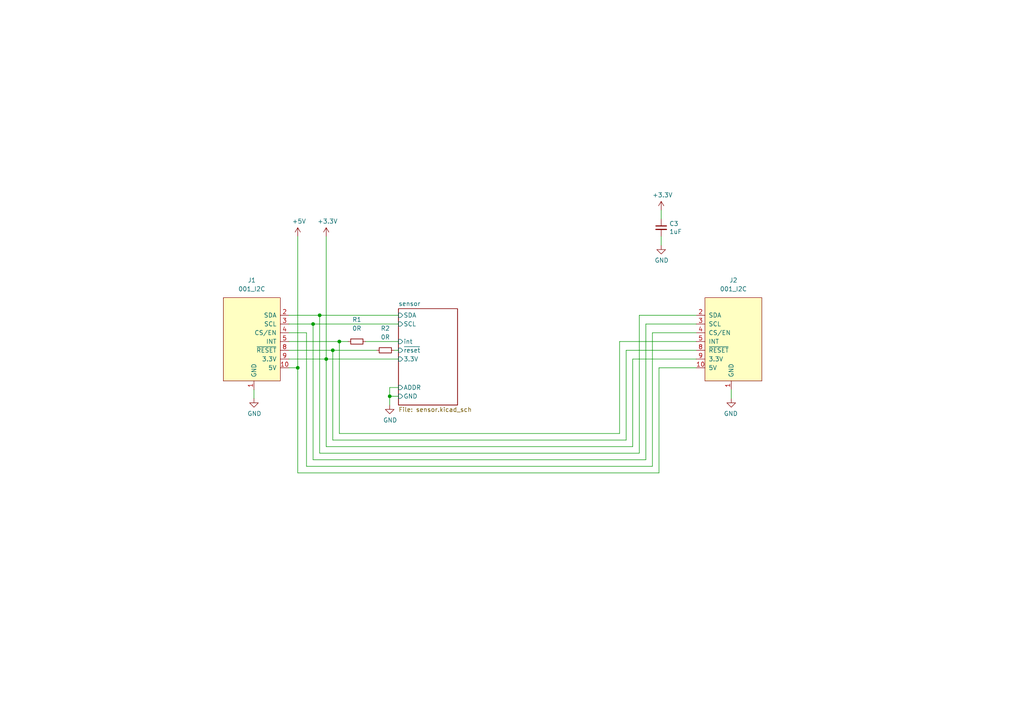
<source format=kicad_sch>
(kicad_sch
	(version 20231120)
	(generator "eeschema")
	(generator_version "8.0")
	(uuid "712d6a7d-2b62-464f-b745-fd2a6b0187f6")
	(paper "A4")
	(lib_symbols
		(symbol "+3.3V_1"
			(power)
			(pin_names
				(offset 0)
			)
			(exclude_from_sim no)
			(in_bom yes)
			(on_board yes)
			(property "Reference" "#PWR"
				(at 0 -3.81 0)
				(effects
					(font
						(size 1.27 1.27)
					)
					(hide yes)
				)
			)
			(property "Value" "+3.3V_1"
				(at 0 3.556 0)
				(effects
					(font
						(size 1.27 1.27)
					)
				)
			)
			(property "Footprint" ""
				(at 0 0 0)
				(effects
					(font
						(size 1.27 1.27)
					)
					(hide yes)
				)
			)
			(property "Datasheet" ""
				(at 0 0 0)
				(effects
					(font
						(size 1.27 1.27)
					)
					(hide yes)
				)
			)
			(property "Description" "Power symbol creates a global label with name \"+3.3V\""
				(at 0 0 0)
				(effects
					(font
						(size 1.27 1.27)
					)
					(hide yes)
				)
			)
			(property "ki_keywords" "power-flag"
				(at 0 0 0)
				(effects
					(font
						(size 1.27 1.27)
					)
					(hide yes)
				)
			)
			(symbol "+3.3V_1_0_1"
				(polyline
					(pts
						(xy -0.762 1.27) (xy 0 2.54)
					)
					(stroke
						(width 0)
						(type default)
					)
					(fill
						(type none)
					)
				)
				(polyline
					(pts
						(xy 0 0) (xy 0 2.54)
					)
					(stroke
						(width 0)
						(type default)
					)
					(fill
						(type none)
					)
				)
				(polyline
					(pts
						(xy 0 2.54) (xy 0.762 1.27)
					)
					(stroke
						(width 0)
						(type default)
					)
					(fill
						(type none)
					)
				)
			)
			(symbol "+3.3V_1_1_1"
				(pin power_in line
					(at 0 0 90)
					(length 0) hide
					(name "+3.3V"
						(effects
							(font
								(size 1.27 1.27)
							)
						)
					)
					(number "1"
						(effects
							(font
								(size 1.27 1.27)
							)
						)
					)
				)
			)
		)
		(symbol "+3.3V_2"
			(power)
			(pin_names
				(offset 0)
			)
			(exclude_from_sim no)
			(in_bom yes)
			(on_board yes)
			(property "Reference" "#PWR"
				(at 0 -3.81 0)
				(effects
					(font
						(size 1.27 1.27)
					)
					(hide yes)
				)
			)
			(property "Value" "+3.3V_2"
				(at 0 3.556 0)
				(effects
					(font
						(size 1.27 1.27)
					)
				)
			)
			(property "Footprint" ""
				(at 0 0 0)
				(effects
					(font
						(size 1.27 1.27)
					)
					(hide yes)
				)
			)
			(property "Datasheet" ""
				(at 0 0 0)
				(effects
					(font
						(size 1.27 1.27)
					)
					(hide yes)
				)
			)
			(property "Description" "Power symbol creates a global label with name \"+3.3V\""
				(at 0 0 0)
				(effects
					(font
						(size 1.27 1.27)
					)
					(hide yes)
				)
			)
			(property "ki_keywords" "power-flag"
				(at 0 0 0)
				(effects
					(font
						(size 1.27 1.27)
					)
					(hide yes)
				)
			)
			(symbol "+3.3V_2_0_1"
				(polyline
					(pts
						(xy -0.762 1.27) (xy 0 2.54)
					)
					(stroke
						(width 0)
						(type default)
					)
					(fill
						(type none)
					)
				)
				(polyline
					(pts
						(xy 0 0) (xy 0 2.54)
					)
					(stroke
						(width 0)
						(type default)
					)
					(fill
						(type none)
					)
				)
				(polyline
					(pts
						(xy 0 2.54) (xy 0.762 1.27)
					)
					(stroke
						(width 0)
						(type default)
					)
					(fill
						(type none)
					)
				)
			)
			(symbol "+3.3V_2_1_1"
				(pin power_in line
					(at 0 0 90)
					(length 0) hide
					(name "+3.3V"
						(effects
							(font
								(size 1.27 1.27)
							)
						)
					)
					(number "1"
						(effects
							(font
								(size 1.27 1.27)
							)
						)
					)
				)
			)
		)
		(symbol "Device:C_Small"
			(pin_numbers hide)
			(pin_names
				(offset 0.254) hide)
			(exclude_from_sim no)
			(in_bom yes)
			(on_board yes)
			(property "Reference" "C"
				(at 0.254 1.778 0)
				(effects
					(font
						(size 1.27 1.27)
					)
					(justify left)
				)
			)
			(property "Value" "C_Small"
				(at 0.254 -2.032 0)
				(effects
					(font
						(size 1.27 1.27)
					)
					(justify left)
				)
			)
			(property "Footprint" ""
				(at 0 0 0)
				(effects
					(font
						(size 1.27 1.27)
					)
					(hide yes)
				)
			)
			(property "Datasheet" "~"
				(at 0 0 0)
				(effects
					(font
						(size 1.27 1.27)
					)
					(hide yes)
				)
			)
			(property "Description" "Unpolarized capacitor, small symbol"
				(at 0 0 0)
				(effects
					(font
						(size 1.27 1.27)
					)
					(hide yes)
				)
			)
			(property "ki_keywords" "capacitor cap"
				(at 0 0 0)
				(effects
					(font
						(size 1.27 1.27)
					)
					(hide yes)
				)
			)
			(property "ki_fp_filters" "C_*"
				(at 0 0 0)
				(effects
					(font
						(size 1.27 1.27)
					)
					(hide yes)
				)
			)
			(symbol "C_Small_0_1"
				(polyline
					(pts
						(xy -1.524 -0.508) (xy 1.524 -0.508)
					)
					(stroke
						(width 0.3302)
						(type default)
					)
					(fill
						(type none)
					)
				)
				(polyline
					(pts
						(xy -1.524 0.508) (xy 1.524 0.508)
					)
					(stroke
						(width 0.3048)
						(type default)
					)
					(fill
						(type none)
					)
				)
			)
			(symbol "C_Small_1_1"
				(pin passive line
					(at 0 2.54 270)
					(length 2.032)
					(name "~"
						(effects
							(font
								(size 1.27 1.27)
							)
						)
					)
					(number "1"
						(effects
							(font
								(size 1.27 1.27)
							)
						)
					)
				)
				(pin passive line
					(at 0 -2.54 90)
					(length 2.032)
					(name "~"
						(effects
							(font
								(size 1.27 1.27)
							)
						)
					)
					(number "2"
						(effects
							(font
								(size 1.27 1.27)
							)
						)
					)
				)
			)
		)
		(symbol "Device:R_Small"
			(pin_numbers hide)
			(pin_names
				(offset 0.254) hide)
			(exclude_from_sim no)
			(in_bom yes)
			(on_board yes)
			(property "Reference" "R"
				(at 0.762 0.508 0)
				(effects
					(font
						(size 1.27 1.27)
					)
					(justify left)
				)
			)
			(property "Value" "R_Small"
				(at 0.762 -1.016 0)
				(effects
					(font
						(size 1.27 1.27)
					)
					(justify left)
				)
			)
			(property "Footprint" ""
				(at 0 0 0)
				(effects
					(font
						(size 1.27 1.27)
					)
					(hide yes)
				)
			)
			(property "Datasheet" "~"
				(at 0 0 0)
				(effects
					(font
						(size 1.27 1.27)
					)
					(hide yes)
				)
			)
			(property "Description" "Resistor, small symbol"
				(at 0 0 0)
				(effects
					(font
						(size 1.27 1.27)
					)
					(hide yes)
				)
			)
			(property "ki_keywords" "R resistor"
				(at 0 0 0)
				(effects
					(font
						(size 1.27 1.27)
					)
					(hide yes)
				)
			)
			(property "ki_fp_filters" "R_*"
				(at 0 0 0)
				(effects
					(font
						(size 1.27 1.27)
					)
					(hide yes)
				)
			)
			(symbol "R_Small_0_1"
				(rectangle
					(start -0.762 1.778)
					(end 0.762 -1.778)
					(stroke
						(width 0.2032)
						(type default)
					)
					(fill
						(type none)
					)
				)
			)
			(symbol "R_Small_1_1"
				(pin passive line
					(at 0 2.54 270)
					(length 0.762)
					(name "~"
						(effects
							(font
								(size 1.27 1.27)
							)
						)
					)
					(number "1"
						(effects
							(font
								(size 1.27 1.27)
							)
						)
					)
				)
				(pin passive line
					(at 0 -2.54 90)
					(length 0.762)
					(name "~"
						(effects
							(font
								(size 1.27 1.27)
							)
						)
					)
					(number "2"
						(effects
							(font
								(size 1.27 1.27)
							)
						)
					)
				)
			)
		)
		(symbol "power:+5V"
			(power)
			(pin_names
				(offset 0)
			)
			(exclude_from_sim no)
			(in_bom yes)
			(on_board yes)
			(property "Reference" "#PWR"
				(at 0 -3.81 0)
				(effects
					(font
						(size 1.27 1.27)
					)
					(hide yes)
				)
			)
			(property "Value" "+5V"
				(at 0 3.556 0)
				(effects
					(font
						(size 1.27 1.27)
					)
				)
			)
			(property "Footprint" ""
				(at 0 0 0)
				(effects
					(font
						(size 1.27 1.27)
					)
					(hide yes)
				)
			)
			(property "Datasheet" ""
				(at 0 0 0)
				(effects
					(font
						(size 1.27 1.27)
					)
					(hide yes)
				)
			)
			(property "Description" "Power symbol creates a global label with name \"+5V\""
				(at 0 0 0)
				(effects
					(font
						(size 1.27 1.27)
					)
					(hide yes)
				)
			)
			(property "ki_keywords" "power-flag"
				(at 0 0 0)
				(effects
					(font
						(size 1.27 1.27)
					)
					(hide yes)
				)
			)
			(symbol "+5V_0_1"
				(polyline
					(pts
						(xy -0.762 1.27) (xy 0 2.54)
					)
					(stroke
						(width 0)
						(type default)
					)
					(fill
						(type none)
					)
				)
				(polyline
					(pts
						(xy 0 0) (xy 0 2.54)
					)
					(stroke
						(width 0)
						(type default)
					)
					(fill
						(type none)
					)
				)
				(polyline
					(pts
						(xy 0 2.54) (xy 0.762 1.27)
					)
					(stroke
						(width 0)
						(type default)
					)
					(fill
						(type none)
					)
				)
			)
			(symbol "+5V_1_1"
				(pin power_in line
					(at 0 0 90)
					(length 0) hide
					(name "+5V"
						(effects
							(font
								(size 1.27 1.27)
							)
						)
					)
					(number "1"
						(effects
							(font
								(size 1.27 1.27)
							)
						)
					)
				)
			)
		)
		(symbol "power:GND"
			(power)
			(pin_names
				(offset 0)
			)
			(exclude_from_sim no)
			(in_bom yes)
			(on_board yes)
			(property "Reference" "#PWR"
				(at 0 -6.35 0)
				(effects
					(font
						(size 1.27 1.27)
					)
					(hide yes)
				)
			)
			(property "Value" "GND"
				(at 0 -3.81 0)
				(effects
					(font
						(size 1.27 1.27)
					)
				)
			)
			(property "Footprint" ""
				(at 0 0 0)
				(effects
					(font
						(size 1.27 1.27)
					)
					(hide yes)
				)
			)
			(property "Datasheet" ""
				(at 0 0 0)
				(effects
					(font
						(size 1.27 1.27)
					)
					(hide yes)
				)
			)
			(property "Description" "Power symbol creates a global label with name \"GND\" , ground"
				(at 0 0 0)
				(effects
					(font
						(size 1.27 1.27)
					)
					(hide yes)
				)
			)
			(property "ki_keywords" "power-flag"
				(at 0 0 0)
				(effects
					(font
						(size 1.27 1.27)
					)
					(hide yes)
				)
			)
			(symbol "GND_0_1"
				(polyline
					(pts
						(xy 0 0) (xy 0 -1.27) (xy 1.27 -1.27) (xy 0 -2.54) (xy -1.27 -1.27) (xy 0 -1.27)
					)
					(stroke
						(width 0)
						(type default)
					)
					(fill
						(type none)
					)
				)
			)
			(symbol "GND_1_1"
				(pin power_in line
					(at 0 0 270)
					(length 0) hide
					(name "GND"
						(effects
							(font
								(size 1.27 1.27)
							)
						)
					)
					(number "1"
						(effects
							(font
								(size 1.27 1.27)
							)
						)
					)
				)
			)
		)
		(symbol "put_on_edge:001_I2C"
			(pin_names
				(offset 1.016)
			)
			(exclude_from_sim no)
			(in_bom yes)
			(on_board yes)
			(property "Reference" "J"
				(at -2.54 13.97 0)
				(effects
					(font
						(size 1.27 1.27)
					)
				)
			)
			(property "Value" "001_I2C"
				(at 8.89 13.97 0)
				(effects
					(font
						(size 1.27 1.27)
					)
				)
			)
			(property "Footprint" ""
				(at 7.62 16.51 0)
				(effects
					(font
						(size 1.27 1.27)
					)
					(hide yes)
				)
			)
			(property "Datasheet" ""
				(at 7.62 16.51 0)
				(effects
					(font
						(size 1.27 1.27)
					)
					(hide yes)
				)
			)
			(property "Description" ""
				(at 0 0 0)
				(effects
					(font
						(size 1.27 1.27)
					)
					(hide yes)
				)
			)
			(symbol "001_I2C_0_1"
				(rectangle
					(start -8.89 12.7)
					(end 7.62 -11.43)
					(stroke
						(width 0)
						(type default)
					)
					(fill
						(type background)
					)
				)
			)
			(symbol "001_I2C_1_1"
				(pin power_in line
					(at -1.27 -13.97 90)
					(length 2.54)
					(name "GND"
						(effects
							(font
								(size 1.27 1.27)
							)
						)
					)
					(number "1"
						(effects
							(font
								(size 1.27 1.27)
							)
						)
					)
				)
				(pin power_in line
					(at -11.43 -7.62 0)
					(length 2.54)
					(name "5V"
						(effects
							(font
								(size 1.27 1.27)
							)
						)
					)
					(number "10"
						(effects
							(font
								(size 1.27 1.27)
							)
						)
					)
				)
				(pin bidirectional line
					(at -11.43 7.62 0)
					(length 2.54)
					(name "SDA"
						(effects
							(font
								(size 1.27 1.27)
							)
						)
					)
					(number "2"
						(effects
							(font
								(size 1.27 1.27)
							)
						)
					)
				)
				(pin bidirectional line
					(at -11.43 5.08 0)
					(length 2.54)
					(name "SCL"
						(effects
							(font
								(size 1.27 1.27)
							)
						)
					)
					(number "3"
						(effects
							(font
								(size 1.27 1.27)
							)
						)
					)
				)
				(pin bidirectional line
					(at -11.43 2.54 0)
					(length 2.54)
					(name "CS/EN"
						(effects
							(font
								(size 1.27 1.27)
							)
						)
					)
					(number "4"
						(effects
							(font
								(size 1.27 1.27)
							)
						)
					)
				)
				(pin bidirectional line
					(at -11.43 0 0)
					(length 2.54)
					(name "INT"
						(effects
							(font
								(size 1.27 1.27)
							)
						)
					)
					(number "5"
						(effects
							(font
								(size 1.27 1.27)
							)
						)
					)
				)
				(pin bidirectional line
					(at -11.43 -2.54 0)
					(length 2.54)
					(name "~{RESET}"
						(effects
							(font
								(size 1.27 1.27)
							)
						)
					)
					(number "8"
						(effects
							(font
								(size 1.27 1.27)
							)
						)
					)
				)
				(pin power_in line
					(at -11.43 -5.08 0)
					(length 2.54)
					(name "3.3V"
						(effects
							(font
								(size 1.27 1.27)
							)
						)
					)
					(number "9"
						(effects
							(font
								(size 1.27 1.27)
							)
						)
					)
				)
			)
		)
	)
	(junction
		(at 90.805 93.98)
		(diameter 0)
		(color 0 0 0 0)
		(uuid "0dd47a27-18fc-43c6-8022-827183a79f10")
	)
	(junction
		(at 86.36 106.68)
		(diameter 0)
		(color 0 0 0 0)
		(uuid "5d49dd0c-b511-4aac-9e4b-cd5891a7e8fd")
	)
	(junction
		(at 113.03 114.935)
		(diameter 0)
		(color 0 0 0 0)
		(uuid "69f7dbdd-1d9f-45ba-9fd0-04ac61dd3a67")
	)
	(junction
		(at 94.615 104.14)
		(diameter 0)
		(color 0 0 0 0)
		(uuid "cc214454-bd2d-450c-8e40-cf4aa1c71e37")
	)
	(junction
		(at 92.71 91.44)
		(diameter 0)
		(color 0 0 0 0)
		(uuid "cfdeb5ff-454f-4ac5-a045-087588d2cad5")
	)
	(junction
		(at 98.425 99.06)
		(diameter 0)
		(color 0 0 0 0)
		(uuid "ed8c6736-c951-43bb-aa11-aae232904eba")
	)
	(junction
		(at 96.52 101.6)
		(diameter 0)
		(color 0 0 0 0)
		(uuid "fef3bf47-b218-426c-ac25-7643ac159da4")
	)
	(wire
		(pts
			(xy 83.82 91.44) (xy 92.71 91.44)
		)
		(stroke
			(width 0)
			(type default)
		)
		(uuid "012f51a9-60d7-4d64-8672-9b730dbfc947")
	)
	(wire
		(pts
			(xy 189.23 135.255) (xy 189.23 96.52)
		)
		(stroke
			(width 0)
			(type default)
		)
		(uuid "02326d95-fc30-4da9-9f7c-b709794eee1e")
	)
	(wire
		(pts
			(xy 113.03 117.475) (xy 113.03 114.935)
		)
		(stroke
			(width 0)
			(type default)
		)
		(uuid "02b727dd-fba8-4914-a6f8-17189536279f")
	)
	(wire
		(pts
			(xy 187.325 133.35) (xy 187.325 93.98)
		)
		(stroke
			(width 0)
			(type default)
		)
		(uuid "11348aff-9f37-4dd1-9e05-e7ce12f411aa")
	)
	(wire
		(pts
			(xy 92.71 131.445) (xy 92.71 91.44)
		)
		(stroke
			(width 0)
			(type default)
		)
		(uuid "17e67826-d5ea-4647-826c-2371fe693b14")
	)
	(wire
		(pts
			(xy 83.82 99.06) (xy 98.425 99.06)
		)
		(stroke
			(width 0)
			(type default)
		)
		(uuid "1b99f6fe-df1e-4bf2-b127-eafab1c82fb2")
	)
	(wire
		(pts
			(xy 191.77 60.96) (xy 191.77 63.5)
		)
		(stroke
			(width 0)
			(type default)
		)
		(uuid "1bf544e3-5940-4576-9291-2464e95c0ee2")
	)
	(wire
		(pts
			(xy 94.615 104.14) (xy 115.57 104.14)
		)
		(stroke
			(width 0)
			(type default)
		)
		(uuid "1c293a13-0142-4ebd-b2c3-3f745740ccf0")
	)
	(wire
		(pts
			(xy 86.36 68.58) (xy 86.36 106.68)
		)
		(stroke
			(width 0)
			(type default)
		)
		(uuid "1e1b062d-fad0-427c-a622-c5b8a80b5268")
	)
	(wire
		(pts
			(xy 185.42 91.44) (xy 185.42 131.445)
		)
		(stroke
			(width 0)
			(type default)
		)
		(uuid "21b355d0-b46b-4f9a-aee0-3173f2515255")
	)
	(wire
		(pts
			(xy 86.36 106.68) (xy 86.36 137.16)
		)
		(stroke
			(width 0)
			(type default)
		)
		(uuid "2862d139-18e2-48c2-a74c-4748fa387b21")
	)
	(wire
		(pts
			(xy 98.425 125.73) (xy 179.705 125.73)
		)
		(stroke
			(width 0)
			(type default)
		)
		(uuid "2b321fe2-460d-4f4a-9c0d-ab2a70755280")
	)
	(wire
		(pts
			(xy 98.425 99.06) (xy 100.965 99.06)
		)
		(stroke
			(width 0)
			(type default)
		)
		(uuid "2bddcb5f-befb-499e-93c8-a0dd45c6b6c9")
	)
	(wire
		(pts
			(xy 187.325 93.98) (xy 201.93 93.98)
		)
		(stroke
			(width 0)
			(type default)
		)
		(uuid "2e9e34b9-8eee-4e74-8844-0d6f4044c4df")
	)
	(wire
		(pts
			(xy 191.135 137.16) (xy 191.135 106.68)
		)
		(stroke
			(width 0)
			(type default)
		)
		(uuid "2f63c35e-ea88-4e18-9b78-302ccaec1315")
	)
	(wire
		(pts
			(xy 94.615 68.58) (xy 94.615 104.14)
		)
		(stroke
			(width 0)
			(type default)
		)
		(uuid "30f15357-ce1d-48b9-93dc-7d9b1b2aa048")
	)
	(wire
		(pts
			(xy 92.71 91.44) (xy 115.57 91.44)
		)
		(stroke
			(width 0)
			(type default)
		)
		(uuid "31457451-c452-4360-851b-57e8d1781f6f")
	)
	(wire
		(pts
			(xy 90.805 93.98) (xy 90.805 133.35)
		)
		(stroke
			(width 0)
			(type default)
		)
		(uuid "3380ebc1-4fce-448b-9e0f-a13927e4017e")
	)
	(wire
		(pts
			(xy 179.705 99.06) (xy 201.93 99.06)
		)
		(stroke
			(width 0)
			(type default)
		)
		(uuid "418cd8fb-334c-4964-9bbd-3306f332980c")
	)
	(wire
		(pts
			(xy 94.615 104.14) (xy 94.615 129.54)
		)
		(stroke
			(width 0)
			(type default)
		)
		(uuid "4cfeb1d0-51cd-4042-ba77-fa8d05081277")
	)
	(wire
		(pts
			(xy 114.3 101.6) (xy 115.57 101.6)
		)
		(stroke
			(width 0)
			(type default)
		)
		(uuid "5bbece26-71e7-49bd-83df-dc09f40720de")
	)
	(wire
		(pts
			(xy 212.09 115.57) (xy 212.09 113.03)
		)
		(stroke
			(width 0)
			(type default)
		)
		(uuid "68f5f4c5-e5e3-4084-96aa-a8fc9bfb1696")
	)
	(wire
		(pts
			(xy 181.61 127.635) (xy 96.52 127.635)
		)
		(stroke
			(width 0)
			(type default)
		)
		(uuid "6fede715-91da-4fa5-9a8f-b9e99b433cb8")
	)
	(wire
		(pts
			(xy 201.93 91.44) (xy 185.42 91.44)
		)
		(stroke
			(width 0)
			(type default)
		)
		(uuid "70e7a713-d0b5-44e0-bfd6-2490f38d7482")
	)
	(wire
		(pts
			(xy 189.23 96.52) (xy 201.93 96.52)
		)
		(stroke
			(width 0)
			(type default)
		)
		(uuid "7d57d688-6754-4a00-b335-66fbd2255ab3")
	)
	(wire
		(pts
			(xy 179.705 125.73) (xy 179.705 99.06)
		)
		(stroke
			(width 0)
			(type default)
		)
		(uuid "8066569c-909b-4902-80bb-02b4a052dd30")
	)
	(wire
		(pts
			(xy 96.52 101.6) (xy 109.22 101.6)
		)
		(stroke
			(width 0)
			(type default)
		)
		(uuid "84cb36db-d776-48b6-8bcd-bb2293b8bbb4")
	)
	(wire
		(pts
			(xy 113.03 114.935) (xy 115.57 114.935)
		)
		(stroke
			(width 0)
			(type default)
		)
		(uuid "8677d68f-dfa3-43f8-85b1-740851a741c6")
	)
	(wire
		(pts
			(xy 83.82 96.52) (xy 88.9 96.52)
		)
		(stroke
			(width 0)
			(type default)
		)
		(uuid "921fc323-b5db-4561-962e-5ff2c92c403d")
	)
	(wire
		(pts
			(xy 90.805 133.35) (xy 187.325 133.35)
		)
		(stroke
			(width 0)
			(type default)
		)
		(uuid "9919604b-ba77-4c93-be0d-88db95935e59")
	)
	(wire
		(pts
			(xy 94.615 129.54) (xy 183.515 129.54)
		)
		(stroke
			(width 0)
			(type default)
		)
		(uuid "9b1fae94-4ce2-42b2-a124-0db140735392")
	)
	(wire
		(pts
			(xy 96.52 101.6) (xy 83.82 101.6)
		)
		(stroke
			(width 0)
			(type default)
		)
		(uuid "a52244b6-85d4-41af-ab9f-d51340d02b79")
	)
	(wire
		(pts
			(xy 83.82 93.98) (xy 90.805 93.98)
		)
		(stroke
			(width 0)
			(type default)
		)
		(uuid "ab55ebbc-cb4c-4917-b2ec-e093ad55a77f")
	)
	(wire
		(pts
			(xy 96.52 127.635) (xy 96.52 101.6)
		)
		(stroke
			(width 0)
			(type default)
		)
		(uuid "ae3b6bc3-421c-49c4-a475-af25ff3500f1")
	)
	(wire
		(pts
			(xy 113.03 112.395) (xy 113.03 114.935)
		)
		(stroke
			(width 0)
			(type default)
		)
		(uuid "b1b8a597-c86e-4fa7-afe6-2e7c96fef5ca")
	)
	(wire
		(pts
			(xy 88.9 96.52) (xy 88.9 135.255)
		)
		(stroke
			(width 0)
			(type default)
		)
		(uuid "bcd46d35-12a8-49c2-9410-54df51cba3d3")
	)
	(wire
		(pts
			(xy 201.93 101.6) (xy 181.61 101.6)
		)
		(stroke
			(width 0)
			(type default)
		)
		(uuid "bf4205ac-e63d-4a84-a8d4-4fae9fe909dc")
	)
	(wire
		(pts
			(xy 106.045 99.06) (xy 115.57 99.06)
		)
		(stroke
			(width 0)
			(type default)
		)
		(uuid "bffac287-496c-41d6-a2ed-dc8b999d83f5")
	)
	(wire
		(pts
			(xy 191.77 68.58) (xy 191.77 71.12)
		)
		(stroke
			(width 0)
			(type default)
		)
		(uuid "c0515cd2-cdaa-467e-8354-0f6eadfa35c9")
	)
	(wire
		(pts
			(xy 73.66 115.57) (xy 73.66 113.03)
		)
		(stroke
			(width 0)
			(type default)
		)
		(uuid "c70d9ef3-bfeb-47e0-a1e1-9aeba3da7864")
	)
	(wire
		(pts
			(xy 88.9 135.255) (xy 189.23 135.255)
		)
		(stroke
			(width 0)
			(type default)
		)
		(uuid "c7670452-2821-4dd5-b030-27c7739b8929")
	)
	(wire
		(pts
			(xy 185.42 131.445) (xy 92.71 131.445)
		)
		(stroke
			(width 0)
			(type default)
		)
		(uuid "cb445fd7-4816-4a22-ac72-4fe2cce0d2de")
	)
	(wire
		(pts
			(xy 191.135 106.68) (xy 201.93 106.68)
		)
		(stroke
			(width 0)
			(type default)
		)
		(uuid "d121f5a0-4c90-475f-b264-dd5956b244e5")
	)
	(wire
		(pts
			(xy 183.515 104.14) (xy 201.93 104.14)
		)
		(stroke
			(width 0)
			(type default)
		)
		(uuid "d539c8af-8142-4186-8f93-612adb245204")
	)
	(wire
		(pts
			(xy 181.61 101.6) (xy 181.61 127.635)
		)
		(stroke
			(width 0)
			(type default)
		)
		(uuid "d75b9116-ce25-4f96-a2c3-fd5c35f8cc72")
	)
	(wire
		(pts
			(xy 86.36 106.68) (xy 83.82 106.68)
		)
		(stroke
			(width 0)
			(type default)
		)
		(uuid "d8603679-3e7b-4337-8dbc-1827f5f54d8a")
	)
	(wire
		(pts
			(xy 83.82 104.14) (xy 94.615 104.14)
		)
		(stroke
			(width 0)
			(type default)
		)
		(uuid "ddfcae48-1282-4839-9ed8-c9fb22010174")
	)
	(wire
		(pts
			(xy 115.57 112.395) (xy 113.03 112.395)
		)
		(stroke
			(width 0)
			(type default)
		)
		(uuid "df5db79c-7a54-4c44-91c7-f54f082eae91")
	)
	(wire
		(pts
			(xy 86.36 137.16) (xy 191.135 137.16)
		)
		(stroke
			(width 0)
			(type default)
		)
		(uuid "e06d93d6-6fba-45c1-af26-c8e2c102aaef")
	)
	(wire
		(pts
			(xy 183.515 129.54) (xy 183.515 104.14)
		)
		(stroke
			(width 0)
			(type default)
		)
		(uuid "e0dfe071-99e5-4e2a-9fe1-0278ea094335")
	)
	(wire
		(pts
			(xy 90.805 93.98) (xy 115.57 93.98)
		)
		(stroke
			(width 0)
			(type default)
		)
		(uuid "eaeab3b7-143e-45b4-bc11-170acb5ddca1")
	)
	(wire
		(pts
			(xy 98.425 99.06) (xy 98.425 125.73)
		)
		(stroke
			(width 0)
			(type default)
		)
		(uuid "fe818219-2789-47b8-8d76-e9450792292b")
	)
	(symbol
		(lib_id "power:GND")
		(at 73.66 115.57 0)
		(unit 1)
		(exclude_from_sim no)
		(in_bom yes)
		(on_board yes)
		(dnp no)
		(uuid "00000000-0000-0000-0000-0000617ee3e4")
		(property "Reference" "#PWR0101"
			(at 73.66 121.92 0)
			(effects
				(font
					(size 1.27 1.27)
				)
				(hide yes)
			)
		)
		(property "Value" "GND"
			(at 73.787 119.9642 0)
			(effects
				(font
					(size 1.27 1.27)
				)
			)
		)
		(property "Footprint" ""
			(at 73.66 115.57 0)
			(effects
				(font
					(size 1.27 1.27)
				)
				(hide yes)
			)
		)
		(property "Datasheet" ""
			(at 73.66 115.57 0)
			(effects
				(font
					(size 1.27 1.27)
				)
				(hide yes)
			)
		)
		(property "Description" ""
			(at 73.66 115.57 0)
			(effects
				(font
					(size 1.27 1.27)
				)
				(hide yes)
			)
		)
		(pin "1"
			(uuid "485f2f0b-adc4-4fd0-914c-e6cdebf32b20")
		)
		(instances
			(project "board"
				(path "/712d6a7d-2b62-464f-b745-fd2a6b0187f6"
					(reference "#PWR0101")
					(unit 1)
				)
			)
		)
	)
	(symbol
		(lib_id "power:+5V")
		(at 86.36 68.58 0)
		(unit 1)
		(exclude_from_sim no)
		(in_bom yes)
		(on_board yes)
		(dnp no)
		(uuid "00000000-0000-0000-0000-0000617f3fc7")
		(property "Reference" "#PWR0105"
			(at 86.36 72.39 0)
			(effects
				(font
					(size 1.27 1.27)
				)
				(hide yes)
			)
		)
		(property "Value" "+5V"
			(at 86.741 64.1858 0)
			(effects
				(font
					(size 1.27 1.27)
				)
			)
		)
		(property "Footprint" ""
			(at 86.36 68.58 0)
			(effects
				(font
					(size 1.27 1.27)
				)
				(hide yes)
			)
		)
		(property "Datasheet" ""
			(at 86.36 68.58 0)
			(effects
				(font
					(size 1.27 1.27)
				)
				(hide yes)
			)
		)
		(property "Description" ""
			(at 86.36 68.58 0)
			(effects
				(font
					(size 1.27 1.27)
				)
				(hide yes)
			)
		)
		(pin "1"
			(uuid "ae923668-2cb7-47ea-99c5-b6a079045296")
		)
		(instances
			(project "board"
				(path "/712d6a7d-2b62-464f-b745-fd2a6b0187f6"
					(reference "#PWR0105")
					(unit 1)
				)
			)
		)
	)
	(symbol
		(lib_name "+3.3V_1")
		(lib_id "power:+3.3V")
		(at 94.615 68.58 0)
		(unit 1)
		(exclude_from_sim no)
		(in_bom yes)
		(on_board yes)
		(dnp no)
		(uuid "00000000-0000-0000-0000-0000617f3fcd")
		(property "Reference" "#PWR0106"
			(at 94.615 72.39 0)
			(effects
				(font
					(size 1.27 1.27)
				)
				(hide yes)
			)
		)
		(property "Value" "+3.3V"
			(at 94.996 64.1858 0)
			(effects
				(font
					(size 1.27 1.27)
				)
			)
		)
		(property "Footprint" ""
			(at 94.615 68.58 0)
			(effects
				(font
					(size 1.27 1.27)
				)
				(hide yes)
			)
		)
		(property "Datasheet" ""
			(at 94.615 68.58 0)
			(effects
				(font
					(size 1.27 1.27)
				)
				(hide yes)
			)
		)
		(property "Description" ""
			(at 94.615 68.58 0)
			(effects
				(font
					(size 1.27 1.27)
				)
				(hide yes)
			)
		)
		(pin "1"
			(uuid "48eaa494-0ad3-4e7e-a203-8b82c0c90232")
		)
		(instances
			(project "board"
				(path "/712d6a7d-2b62-464f-b745-fd2a6b0187f6"
					(reference "#PWR0106")
					(unit 1)
				)
			)
		)
	)
	(symbol
		(lib_id "Device:C_Small")
		(at 191.77 66.04 0)
		(unit 1)
		(exclude_from_sim no)
		(in_bom yes)
		(on_board yes)
		(dnp no)
		(uuid "00000000-0000-0000-0000-000061805a99")
		(property "Reference" "C3"
			(at 194.1068 64.8716 0)
			(effects
				(font
					(size 1.27 1.27)
				)
				(justify left)
			)
		)
		(property "Value" "1uF"
			(at 194.1068 67.183 0)
			(effects
				(font
					(size 1.27 1.27)
				)
				(justify left)
			)
		)
		(property "Footprint" "Capacitor_SMD:C_0603_1608Metric"
			(at 191.77 66.04 0)
			(effects
				(font
					(size 1.27 1.27)
				)
				(hide yes)
			)
		)
		(property "Datasheet" "~"
			(at 191.77 66.04 0)
			(effects
				(font
					(size 1.27 1.27)
				)
				(hide yes)
			)
		)
		(property "Description" ""
			(at 191.77 66.04 0)
			(effects
				(font
					(size 1.27 1.27)
				)
				(hide yes)
			)
		)
		(property "Voltage" "6.3V"
			(at 191.77 66.04 0)
			(effects
				(font
					(size 1.27 1.27)
				)
				(hide yes)
			)
		)
		(property "lcsc" "C15849"
			(at 191.77 66.04 0)
			(effects
				(font
					(size 1.27 1.27)
				)
				(hide yes)
			)
		)
		(pin "1"
			(uuid "e4c76785-6814-46b7-90ed-89a33aedcc92")
		)
		(pin "2"
			(uuid "e1287ef2-6c69-436b-b51d-a0060d989d21")
		)
		(instances
			(project "board"
				(path "/712d6a7d-2b62-464f-b745-fd2a6b0187f6"
					(reference "C3")
					(unit 1)
				)
			)
		)
	)
	(symbol
		(lib_id "power:GND")
		(at 191.77 71.12 0)
		(unit 1)
		(exclude_from_sim no)
		(in_bom yes)
		(on_board yes)
		(dnp no)
		(uuid "00000000-0000-0000-0000-000061806db0")
		(property "Reference" "#PWR0108"
			(at 191.77 77.47 0)
			(effects
				(font
					(size 1.27 1.27)
				)
				(hide yes)
			)
		)
		(property "Value" "GND"
			(at 191.897 75.5142 0)
			(effects
				(font
					(size 1.27 1.27)
				)
			)
		)
		(property "Footprint" ""
			(at 191.77 71.12 0)
			(effects
				(font
					(size 1.27 1.27)
				)
				(hide yes)
			)
		)
		(property "Datasheet" ""
			(at 191.77 71.12 0)
			(effects
				(font
					(size 1.27 1.27)
				)
				(hide yes)
			)
		)
		(property "Description" ""
			(at 191.77 71.12 0)
			(effects
				(font
					(size 1.27 1.27)
				)
				(hide yes)
			)
		)
		(pin "1"
			(uuid "229202cd-20dc-4eab-ac2e-7f028bc91419")
		)
		(instances
			(project "board"
				(path "/712d6a7d-2b62-464f-b745-fd2a6b0187f6"
					(reference "#PWR0108")
					(unit 1)
				)
			)
		)
	)
	(symbol
		(lib_name "+3.3V_2")
		(lib_id "power:+3.3V")
		(at 191.77 60.96 0)
		(unit 1)
		(exclude_from_sim no)
		(in_bom yes)
		(on_board yes)
		(dnp no)
		(uuid "00000000-0000-0000-0000-00006180754a")
		(property "Reference" "#PWR0110"
			(at 191.77 64.77 0)
			(effects
				(font
					(size 1.27 1.27)
				)
				(hide yes)
			)
		)
		(property "Value" "+3.3V"
			(at 192.151 56.5658 0)
			(effects
				(font
					(size 1.27 1.27)
				)
			)
		)
		(property "Footprint" ""
			(at 191.77 60.96 0)
			(effects
				(font
					(size 1.27 1.27)
				)
				(hide yes)
			)
		)
		(property "Datasheet" ""
			(at 191.77 60.96 0)
			(effects
				(font
					(size 1.27 1.27)
				)
				(hide yes)
			)
		)
		(property "Description" ""
			(at 191.77 60.96 0)
			(effects
				(font
					(size 1.27 1.27)
				)
				(hide yes)
			)
		)
		(pin "1"
			(uuid "2a27ce45-9d61-48fd-991f-04c116cd65f4")
		)
		(instances
			(project "board"
				(path "/712d6a7d-2b62-464f-b745-fd2a6b0187f6"
					(reference "#PWR0110")
					(unit 1)
				)
			)
		)
	)
	(symbol
		(lib_id "power:GND")
		(at 113.03 117.475 0)
		(unit 1)
		(exclude_from_sim no)
		(in_bom yes)
		(on_board yes)
		(dnp no)
		(uuid "02297bbb-ab4c-4b32-b01f-a1a47b5f8881")
		(property "Reference" "#PWR0102"
			(at 113.03 123.825 0)
			(effects
				(font
					(size 1.27 1.27)
				)
				(hide yes)
			)
		)
		(property "Value" "GND"
			(at 113.157 121.8692 0)
			(effects
				(font
					(size 1.27 1.27)
				)
			)
		)
		(property "Footprint" ""
			(at 113.03 117.475 0)
			(effects
				(font
					(size 1.27 1.27)
				)
				(hide yes)
			)
		)
		(property "Datasheet" ""
			(at 113.03 117.475 0)
			(effects
				(font
					(size 1.27 1.27)
				)
				(hide yes)
			)
		)
		(property "Description" ""
			(at 113.03 117.475 0)
			(effects
				(font
					(size 1.27 1.27)
				)
				(hide yes)
			)
		)
		(pin "1"
			(uuid "5a6fb186-74b4-4e7e-8fda-3045984f1bae")
		)
		(instances
			(project "board"
				(path "/712d6a7d-2b62-464f-b745-fd2a6b0187f6"
					(reference "#PWR0102")
					(unit 1)
				)
			)
		)
	)
	(symbol
		(lib_id "put_on_edge:001_I2C")
		(at 213.36 99.06 0)
		(unit 1)
		(exclude_from_sim no)
		(in_bom yes)
		(on_board yes)
		(dnp no)
		(fields_autoplaced yes)
		(uuid "05a7f526-dc5a-4054-8e9f-087b614808f1")
		(property "Reference" "J2"
			(at 212.725 81.28 0)
			(effects
				(font
					(size 1.27 1.27)
				)
			)
		)
		(property "Value" "001_I2C"
			(at 212.725 83.82 0)
			(effects
				(font
					(size 1.27 1.27)
				)
			)
		)
		(property "Footprint" "on_edge:on_edge_2x05_host"
			(at 220.98 82.55 0)
			(effects
				(font
					(size 1.27 1.27)
				)
				(hide yes)
			)
		)
		(property "Datasheet" ""
			(at 220.98 82.55 0)
			(effects
				(font
					(size 1.27 1.27)
				)
				(hide yes)
			)
		)
		(property "Description" ""
			(at 213.36 99.06 0)
			(effects
				(font
					(size 1.27 1.27)
				)
				(hide yes)
			)
		)
		(property "lcsc" ""
			(at 213.36 99.06 0)
			(effects
				(font
					(size 1.27 1.27)
				)
				(hide yes)
			)
		)
		(pin "1"
			(uuid "62bc762d-f5d3-4b75-96c5-460c4a1a2f84")
		)
		(pin "10"
			(uuid "2ffb585c-48cb-47ad-a90e-7adeb8e36d8f")
		)
		(pin "2"
			(uuid "a5318b39-4d48-40cc-94a6-0aae21192915")
		)
		(pin "3"
			(uuid "06276ee6-4de8-4691-a05e-01ba6b40033f")
		)
		(pin "4"
			(uuid "d40443a9-7746-4204-93bb-d557ddf49fdb")
		)
		(pin "5"
			(uuid "a2ac49b4-1c65-446e-a708-f06d8e8db194")
		)
		(pin "8"
			(uuid "4cdd8e76-fdbd-4d6b-a397-f87510470fc9")
		)
		(pin "9"
			(uuid "a81317a7-edbc-493d-90bc-d712ede32cef")
		)
		(instances
			(project "board"
				(path "/712d6a7d-2b62-464f-b745-fd2a6b0187f6"
					(reference "J2")
					(unit 1)
				)
			)
		)
	)
	(symbol
		(lib_id "put_on_edge:001_I2C")
		(at 72.39 99.06 0)
		(mirror y)
		(unit 1)
		(exclude_from_sim no)
		(in_bom yes)
		(on_board yes)
		(dnp no)
		(fields_autoplaced yes)
		(uuid "18cf3d0e-decb-4baa-bbca-50180b40811e")
		(property "Reference" "J1"
			(at 73.025 81.28 0)
			(effects
				(font
					(size 1.27 1.27)
				)
			)
		)
		(property "Value" "001_I2C"
			(at 73.025 83.82 0)
			(effects
				(font
					(size 1.27 1.27)
				)
			)
		)
		(property "Footprint" "on_edge:on_edge_2x05_device"
			(at 64.77 82.55 0)
			(effects
				(font
					(size 1.27 1.27)
				)
				(hide yes)
			)
		)
		(property "Datasheet" ""
			(at 64.77 82.55 0)
			(effects
				(font
					(size 1.27 1.27)
				)
				(hide yes)
			)
		)
		(property "Description" ""
			(at 72.39 99.06 0)
			(effects
				(font
					(size 1.27 1.27)
				)
				(hide yes)
			)
		)
		(property "lcsc" ""
			(at 72.39 99.06 0)
			(effects
				(font
					(size 1.27 1.27)
				)
				(hide yes)
			)
		)
		(pin "1"
			(uuid "5d2f3ae9-e953-4b8b-8ec2-7e1e969f3fae")
		)
		(pin "10"
			(uuid "b477ea08-8de0-4172-99c0-8de7d4429a1d")
		)
		(pin "2"
			(uuid "d30845ee-4a41-400f-befd-0997b98a1421")
		)
		(pin "3"
			(uuid "6f61730e-3460-4eab-9e34-d5e1af97bc34")
		)
		(pin "4"
			(uuid "80da79d9-6872-439d-afed-989104769941")
		)
		(pin "5"
			(uuid "d6eee875-e381-49cd-b08f-4e1175c3c84e")
		)
		(pin "8"
			(uuid "a2411a62-1912-4b28-b601-8bbd80c7b3cc")
		)
		(pin "9"
			(uuid "7441b785-8b51-49b7-ba9d-2b7f6108a68b")
		)
		(instances
			(project "board"
				(path "/712d6a7d-2b62-464f-b745-fd2a6b0187f6"
					(reference "J1")
					(unit 1)
				)
			)
		)
	)
	(symbol
		(lib_id "power:GND")
		(at 212.09 115.57 0)
		(mirror y)
		(unit 1)
		(exclude_from_sim no)
		(in_bom yes)
		(on_board yes)
		(dnp no)
		(uuid "5a941540-f7da-461a-b592-8394c203ae5b")
		(property "Reference" "#PWR0103"
			(at 212.09 121.92 0)
			(effects
				(font
					(size 1.27 1.27)
				)
				(hide yes)
			)
		)
		(property "Value" "GND"
			(at 211.963 119.9642 0)
			(effects
				(font
					(size 1.27 1.27)
				)
			)
		)
		(property "Footprint" ""
			(at 212.09 115.57 0)
			(effects
				(font
					(size 1.27 1.27)
				)
				(hide yes)
			)
		)
		(property "Datasheet" ""
			(at 212.09 115.57 0)
			(effects
				(font
					(size 1.27 1.27)
				)
				(hide yes)
			)
		)
		(property "Description" ""
			(at 212.09 115.57 0)
			(effects
				(font
					(size 1.27 1.27)
				)
				(hide yes)
			)
		)
		(pin "1"
			(uuid "66302b47-c2a4-42de-80ff-b060bb1b409c")
		)
		(instances
			(project "board"
				(path "/712d6a7d-2b62-464f-b745-fd2a6b0187f6"
					(reference "#PWR0103")
					(unit 1)
				)
			)
		)
	)
	(symbol
		(lib_id "Device:R_Small")
		(at 103.505 99.06 90)
		(unit 1)
		(exclude_from_sim no)
		(in_bom yes)
		(on_board yes)
		(dnp no)
		(fields_autoplaced yes)
		(uuid "e69a550a-e3e4-457c-af5e-f0d0ab206aea")
		(property "Reference" "R1"
			(at 103.505 92.71 90)
			(effects
				(font
					(size 1.27 1.27)
				)
			)
		)
		(property "Value" "0R"
			(at 103.505 95.25 90)
			(effects
				(font
					(size 1.27 1.27)
				)
			)
		)
		(property "Footprint" "Resistor_SMD:R_0603_1608Metric"
			(at 103.505 99.06 0)
			(effects
				(font
					(size 1.27 1.27)
				)
				(hide yes)
			)
		)
		(property "Datasheet" "~"
			(at 103.505 99.06 0)
			(effects
				(font
					(size 1.27 1.27)
				)
				(hide yes)
			)
		)
		(property "Description" ""
			(at 103.505 99.06 0)
			(effects
				(font
					(size 1.27 1.27)
				)
				(hide yes)
			)
		)
		(property "lcsc" ""
			(at 103.505 99.06 0)
			(effects
				(font
					(size 1.27 1.27)
				)
				(hide yes)
			)
		)
		(pin "1"
			(uuid "20c7a8d1-8e4b-4211-a2eb-ad9b5da7da45")
		)
		(pin "2"
			(uuid "d77d22ac-6880-490b-ae07-727b3b1aa86a")
		)
		(instances
			(project "board"
				(path "/712d6a7d-2b62-464f-b745-fd2a6b0187f6"
					(reference "R1")
					(unit 1)
				)
			)
		)
	)
	(symbol
		(lib_id "Device:R_Small")
		(at 111.76 101.6 90)
		(unit 1)
		(exclude_from_sim no)
		(in_bom yes)
		(on_board yes)
		(dnp no)
		(fields_autoplaced yes)
		(uuid "e9bf0512-f641-4b58-9384-8af5d13af258")
		(property "Reference" "R2"
			(at 111.76 95.25 90)
			(effects
				(font
					(size 1.27 1.27)
				)
			)
		)
		(property "Value" "0R"
			(at 111.76 97.79 90)
			(effects
				(font
					(size 1.27 1.27)
				)
			)
		)
		(property "Footprint" "Resistor_SMD:R_0603_1608Metric"
			(at 111.76 101.6 0)
			(effects
				(font
					(size 1.27 1.27)
				)
				(hide yes)
			)
		)
		(property "Datasheet" "~"
			(at 111.76 101.6 0)
			(effects
				(font
					(size 1.27 1.27)
				)
				(hide yes)
			)
		)
		(property "Description" ""
			(at 111.76 101.6 0)
			(effects
				(font
					(size 1.27 1.27)
				)
				(hide yes)
			)
		)
		(property "lcsc" ""
			(at 111.76 101.6 0)
			(effects
				(font
					(size 1.27 1.27)
				)
				(hide yes)
			)
		)
		(pin "1"
			(uuid "d534baa9-1b19-4641-9fa6-1f134e5c440c")
		)
		(pin "2"
			(uuid "42471ff5-aa09-4e75-98b7-1dae2fa58b23")
		)
		(instances
			(project "board"
				(path "/712d6a7d-2b62-464f-b745-fd2a6b0187f6"
					(reference "R2")
					(unit 1)
				)
			)
		)
	)
	(sheet
		(at 115.57 89.535)
		(size 17.145 27.94)
		(fields_autoplaced yes)
		(stroke
			(width 0.1524)
			(type solid)
		)
		(fill
			(color 0 0 0 0.0000)
		)
		(uuid "f82b8be3-e209-4493-8527-8e48e4d9c1ce")
		(property "Sheetname" "sensor"
			(at 115.57 88.8234 0)
			(effects
				(font
					(size 1.27 1.27)
				)
				(justify left bottom)
			)
		)
		(property "Sheetfile" "sensor.kicad_sch"
			(at 115.57 118.0596 0)
			(effects
				(font
					(size 1.27 1.27)
				)
				(justify left top)
			)
		)
		(pin "SCL" input
			(at 115.57 93.98 180)
			(effects
				(font
					(size 1.27 1.27)
				)
				(justify left)
			)
			(uuid "558e3313-60cd-4cc2-8404-2bfc9ad32d62")
		)
		(pin "SDA" input
			(at 115.57 91.44 180)
			(effects
				(font
					(size 1.27 1.27)
				)
				(justify left)
			)
			(uuid "f49b200c-1fa1-471e-b489-fb83c7bd21ad")
		)
		(pin "GND" input
			(at 115.57 114.935 180)
			(effects
				(font
					(size 1.27 1.27)
				)
				(justify left)
			)
			(uuid "d45298b6-27af-4d03-bace-df63014b28a0")
		)
		(pin "3.3V" input
			(at 115.57 104.14 180)
			(effects
				(font
					(size 1.27 1.27)
				)
				(justify left)
			)
			(uuid "da3a1ff3-36a6-4da8-8508-df6ecf960aa3")
		)
		(pin "int" input
			(at 115.57 99.06 180)
			(effects
				(font
					(size 1.27 1.27)
				)
				(justify left)
			)
			(uuid "54111c81-f4b6-425e-8bbb-df6203d57cf2")
		)
		(pin "~{reset}" input
			(at 115.57 101.6 180)
			(effects
				(font
					(size 1.27 1.27)
				)
				(justify left)
			)
			(uuid "38954f47-2f4a-41bf-ba36-b9398c6c15b2")
		)
		(pin "ADDR" input
			(at 115.57 112.395 180)
			(effects
				(font
					(size 1.27 1.27)
				)
				(justify left)
			)
			(uuid "57993ab7-e195-43c1-a0b1-a8529a09a7bd")
		)
		(instances
			(project "board"
				(path "/712d6a7d-2b62-464f-b745-fd2a6b0187f6"
					(page "3")
				)
			)
		)
	)
	(sheet_instances
		(path "/"
			(page "1")
		)
	)
)
</source>
